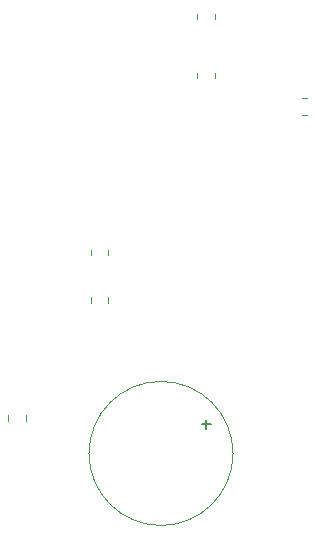
<source format=gbr>
%TF.GenerationSoftware,KiCad,Pcbnew,8.0.8*%
%TF.CreationDate,2025-02-07T05:57:41-05:00*%
%TF.ProjectId,mcu-board,6d63752d-626f-4617-9264-2e6b69636164,rev?*%
%TF.SameCoordinates,Original*%
%TF.FileFunction,Legend,Bot*%
%TF.FilePolarity,Positive*%
%FSLAX46Y46*%
G04 Gerber Fmt 4.6, Leading zero omitted, Abs format (unit mm)*
G04 Created by KiCad (PCBNEW 8.0.8) date 2025-02-07 05:57:41*
%MOMM*%
%LPD*%
G01*
G04 APERTURE LIST*
%ADD10C,0.150000*%
%ADD11C,0.120000*%
G04 APERTURE END LIST*
D10*
X169390951Y-92533866D02*
X168629047Y-92533866D01*
X169009999Y-92914819D02*
X169009999Y-92152914D01*
D11*
%TO.C,R1*%
X168265000Y-63227064D02*
X168265000Y-62772936D01*
X169735000Y-63227064D02*
X169735000Y-62772936D01*
%TO.C,R2*%
X168265000Y-58227064D02*
X168265000Y-57772936D01*
X169735000Y-58227064D02*
X169735000Y-57772936D01*
%TO.C,BZ1*%
X171300000Y-95000000D02*
G75*
G02*
X159100000Y-95000000I-6100000J0D01*
G01*
X159100000Y-95000000D02*
G75*
G02*
X171300000Y-95000000I6100000J0D01*
G01*
%TO.C,R3*%
X159265000Y-82227064D02*
X159265000Y-81772936D01*
X160735000Y-82227064D02*
X160735000Y-81772936D01*
%TO.C,R4*%
X159265000Y-78227064D02*
X159265000Y-77772936D01*
X160735000Y-78227064D02*
X160735000Y-77772936D01*
%TO.C,R5*%
X177147936Y-64890000D02*
X177602064Y-64890000D01*
X177147936Y-66360000D02*
X177602064Y-66360000D01*
%TO.C,R6*%
X152265000Y-92227064D02*
X152265000Y-91772936D01*
X153735000Y-92227064D02*
X153735000Y-91772936D01*
%TD*%
M02*

</source>
